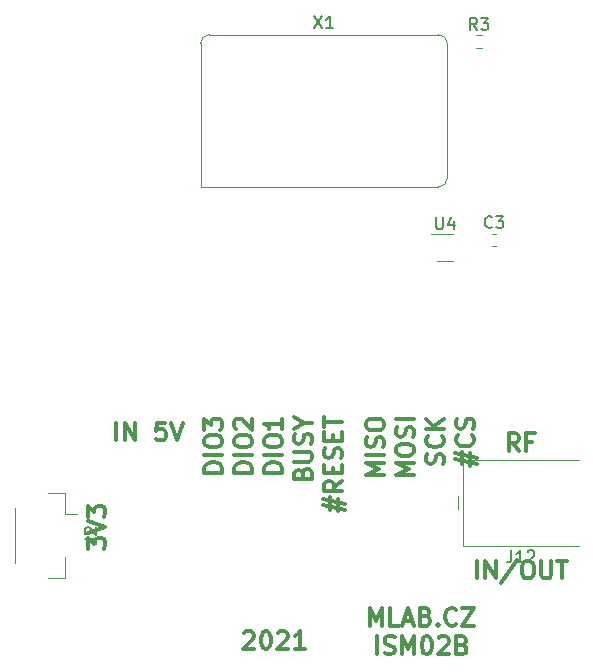
<source format=gbr>
%TF.GenerationSoftware,KiCad,Pcbnew,6.0.4-6f826c9f35~116~ubuntu20.04.1*%
%TF.CreationDate,2022-06-02T21:43:18+00:00*%
%TF.ProjectId,TFLORA01B,54464c4f-5241-4303-9142-2e6b69636164,rev?*%
%TF.SameCoordinates,Original*%
%TF.FileFunction,Legend,Top*%
%TF.FilePolarity,Positive*%
%FSLAX46Y46*%
G04 Gerber Fmt 4.6, Leading zero omitted, Abs format (unit mm)*
G04 Created by KiCad (PCBNEW 6.0.4-6f826c9f35~116~ubuntu20.04.1) date 2022-06-02 21:43:18*
%MOMM*%
%LPD*%
G01*
G04 APERTURE LIST*
%ADD10C,0.300000*%
%ADD11C,0.150000*%
%ADD12C,0.120000*%
G04 APERTURE END LIST*
D10*
X145113714Y-109009571D02*
X145113714Y-107509571D01*
X145828000Y-109009571D02*
X145828000Y-107509571D01*
X146685142Y-109009571D01*
X146685142Y-107509571D01*
X149256571Y-107509571D02*
X148542285Y-107509571D01*
X148470857Y-108223857D01*
X148542285Y-108152428D01*
X148685142Y-108081000D01*
X149042285Y-108081000D01*
X149185142Y-108152428D01*
X149256571Y-108223857D01*
X149328000Y-108366714D01*
X149328000Y-108723857D01*
X149256571Y-108866714D01*
X149185142Y-108938142D01*
X149042285Y-109009571D01*
X148685142Y-109009571D01*
X148542285Y-108938142D01*
X148470857Y-108866714D01*
X149756571Y-107509571D02*
X150256571Y-109009571D01*
X150756571Y-107509571D01*
X166620571Y-124693071D02*
X166620571Y-123193071D01*
X167120571Y-124264500D01*
X167620571Y-123193071D01*
X167620571Y-124693071D01*
X169049142Y-124693071D02*
X168334857Y-124693071D01*
X168334857Y-123193071D01*
X169477714Y-124264500D02*
X170192000Y-124264500D01*
X169334857Y-124693071D02*
X169834857Y-123193071D01*
X170334857Y-124693071D01*
X171334857Y-123907357D02*
X171549142Y-123978785D01*
X171620571Y-124050214D01*
X171692000Y-124193071D01*
X171692000Y-124407357D01*
X171620571Y-124550214D01*
X171549142Y-124621642D01*
X171406285Y-124693071D01*
X170834857Y-124693071D01*
X170834857Y-123193071D01*
X171334857Y-123193071D01*
X171477714Y-123264500D01*
X171549142Y-123335928D01*
X171620571Y-123478785D01*
X171620571Y-123621642D01*
X171549142Y-123764500D01*
X171477714Y-123835928D01*
X171334857Y-123907357D01*
X170834857Y-123907357D01*
X172334857Y-124550214D02*
X172406285Y-124621642D01*
X172334857Y-124693071D01*
X172263428Y-124621642D01*
X172334857Y-124550214D01*
X172334857Y-124693071D01*
X173906285Y-124550214D02*
X173834857Y-124621642D01*
X173620571Y-124693071D01*
X173477714Y-124693071D01*
X173263428Y-124621642D01*
X173120571Y-124478785D01*
X173049142Y-124335928D01*
X172977714Y-124050214D01*
X172977714Y-123835928D01*
X173049142Y-123550214D01*
X173120571Y-123407357D01*
X173263428Y-123264500D01*
X173477714Y-123193071D01*
X173620571Y-123193071D01*
X173834857Y-123264500D01*
X173906285Y-123335928D01*
X174406285Y-123193071D02*
X175406285Y-123193071D01*
X174406285Y-124693071D01*
X175406285Y-124693071D01*
X167192000Y-127108071D02*
X167192000Y-125608071D01*
X167834857Y-127036642D02*
X168049142Y-127108071D01*
X168406285Y-127108071D01*
X168549142Y-127036642D01*
X168620571Y-126965214D01*
X168692000Y-126822357D01*
X168692000Y-126679500D01*
X168620571Y-126536642D01*
X168549142Y-126465214D01*
X168406285Y-126393785D01*
X168120571Y-126322357D01*
X167977714Y-126250928D01*
X167906285Y-126179500D01*
X167834857Y-126036642D01*
X167834857Y-125893785D01*
X167906285Y-125750928D01*
X167977714Y-125679500D01*
X168120571Y-125608071D01*
X168477714Y-125608071D01*
X168692000Y-125679500D01*
X169334857Y-127108071D02*
X169334857Y-125608071D01*
X169834857Y-126679500D01*
X170334857Y-125608071D01*
X170334857Y-127108071D01*
X171334857Y-125608071D02*
X171477714Y-125608071D01*
X171620571Y-125679500D01*
X171692000Y-125750928D01*
X171763428Y-125893785D01*
X171834857Y-126179500D01*
X171834857Y-126536642D01*
X171763428Y-126822357D01*
X171692000Y-126965214D01*
X171620571Y-127036642D01*
X171477714Y-127108071D01*
X171334857Y-127108071D01*
X171192000Y-127036642D01*
X171120571Y-126965214D01*
X171049142Y-126822357D01*
X170977714Y-126536642D01*
X170977714Y-126179500D01*
X171049142Y-125893785D01*
X171120571Y-125750928D01*
X171192000Y-125679500D01*
X171334857Y-125608071D01*
X172406285Y-125750928D02*
X172477714Y-125679500D01*
X172620571Y-125608071D01*
X172977714Y-125608071D01*
X173120571Y-125679500D01*
X173192000Y-125750928D01*
X173263428Y-125893785D01*
X173263428Y-126036642D01*
X173192000Y-126250928D01*
X172334857Y-127108071D01*
X173263428Y-127108071D01*
X174406285Y-126322357D02*
X174620571Y-126393785D01*
X174692000Y-126465214D01*
X174763428Y-126608071D01*
X174763428Y-126822357D01*
X174692000Y-126965214D01*
X174620571Y-127036642D01*
X174477714Y-127108071D01*
X173906285Y-127108071D01*
X173906285Y-125608071D01*
X174406285Y-125608071D01*
X174549142Y-125679500D01*
X174620571Y-125750928D01*
X174692000Y-125893785D01*
X174692000Y-126036642D01*
X174620571Y-126179500D01*
X174549142Y-126250928D01*
X174406285Y-126322357D01*
X173906285Y-126322357D01*
X175660514Y-120693571D02*
X175660514Y-119193571D01*
X176374800Y-120693571D02*
X176374800Y-119193571D01*
X177231942Y-120693571D01*
X177231942Y-119193571D01*
X179017657Y-119122142D02*
X177731942Y-121050714D01*
X179803371Y-119193571D02*
X180089085Y-119193571D01*
X180231942Y-119265000D01*
X180374800Y-119407857D01*
X180446228Y-119693571D01*
X180446228Y-120193571D01*
X180374800Y-120479285D01*
X180231942Y-120622142D01*
X180089085Y-120693571D01*
X179803371Y-120693571D01*
X179660514Y-120622142D01*
X179517657Y-120479285D01*
X179446228Y-120193571D01*
X179446228Y-119693571D01*
X179517657Y-119407857D01*
X179660514Y-119265000D01*
X179803371Y-119193571D01*
X181089085Y-119193571D02*
X181089085Y-120407857D01*
X181160514Y-120550714D01*
X181231942Y-120622142D01*
X181374800Y-120693571D01*
X181660514Y-120693571D01*
X181803371Y-120622142D01*
X181874800Y-120550714D01*
X181946228Y-120407857D01*
X181946228Y-119193571D01*
X182446228Y-119193571D02*
X183303371Y-119193571D01*
X182874800Y-120693571D02*
X182874800Y-119193571D01*
X155928714Y-125305428D02*
X156000142Y-125234000D01*
X156143000Y-125162571D01*
X156500142Y-125162571D01*
X156643000Y-125234000D01*
X156714428Y-125305428D01*
X156785857Y-125448285D01*
X156785857Y-125591142D01*
X156714428Y-125805428D01*
X155857285Y-126662571D01*
X156785857Y-126662571D01*
X157714428Y-125162571D02*
X157857285Y-125162571D01*
X158000142Y-125234000D01*
X158071571Y-125305428D01*
X158143000Y-125448285D01*
X158214428Y-125734000D01*
X158214428Y-126091142D01*
X158143000Y-126376857D01*
X158071571Y-126519714D01*
X158000142Y-126591142D01*
X157857285Y-126662571D01*
X157714428Y-126662571D01*
X157571571Y-126591142D01*
X157500142Y-126519714D01*
X157428714Y-126376857D01*
X157357285Y-126091142D01*
X157357285Y-125734000D01*
X157428714Y-125448285D01*
X157500142Y-125305428D01*
X157571571Y-125234000D01*
X157714428Y-125162571D01*
X158785857Y-125305428D02*
X158857285Y-125234000D01*
X159000142Y-125162571D01*
X159357285Y-125162571D01*
X159500142Y-125234000D01*
X159571571Y-125305428D01*
X159643000Y-125448285D01*
X159643000Y-125591142D01*
X159571571Y-125805428D01*
X158714428Y-126662571D01*
X159643000Y-126662571D01*
X161071571Y-126662571D02*
X160214428Y-126662571D01*
X160643000Y-126662571D02*
X160643000Y-125162571D01*
X160500142Y-125376857D01*
X160357285Y-125519714D01*
X160214428Y-125591142D01*
X156614571Y-111732142D02*
X155114571Y-111732142D01*
X155114571Y-111375000D01*
X155186000Y-111160714D01*
X155328857Y-111017857D01*
X155471714Y-110946428D01*
X155757428Y-110875000D01*
X155971714Y-110875000D01*
X156257428Y-110946428D01*
X156400285Y-111017857D01*
X156543142Y-111160714D01*
X156614571Y-111375000D01*
X156614571Y-111732142D01*
X156614571Y-110232142D02*
X155114571Y-110232142D01*
X155114571Y-109232142D02*
X155114571Y-108946428D01*
X155186000Y-108803571D01*
X155328857Y-108660714D01*
X155614571Y-108589285D01*
X156114571Y-108589285D01*
X156400285Y-108660714D01*
X156543142Y-108803571D01*
X156614571Y-108946428D01*
X156614571Y-109232142D01*
X156543142Y-109375000D01*
X156400285Y-109517857D01*
X156114571Y-109589285D01*
X155614571Y-109589285D01*
X155328857Y-109517857D01*
X155186000Y-109375000D01*
X155114571Y-109232142D01*
X155257428Y-108017857D02*
X155186000Y-107946428D01*
X155114571Y-107803571D01*
X155114571Y-107446428D01*
X155186000Y-107303571D01*
X155257428Y-107232142D01*
X155400285Y-107160714D01*
X155543142Y-107160714D01*
X155757428Y-107232142D01*
X156614571Y-108089285D01*
X156614571Y-107160714D01*
X160908857Y-111803571D02*
X160980285Y-111589285D01*
X161051714Y-111517857D01*
X161194571Y-111446428D01*
X161408857Y-111446428D01*
X161551714Y-111517857D01*
X161623142Y-111589285D01*
X161694571Y-111732142D01*
X161694571Y-112303571D01*
X160194571Y-112303571D01*
X160194571Y-111803571D01*
X160266000Y-111660714D01*
X160337428Y-111589285D01*
X160480285Y-111517857D01*
X160623142Y-111517857D01*
X160766000Y-111589285D01*
X160837428Y-111660714D01*
X160908857Y-111803571D01*
X160908857Y-112303571D01*
X160194571Y-110803571D02*
X161408857Y-110803571D01*
X161551714Y-110732142D01*
X161623142Y-110660714D01*
X161694571Y-110517857D01*
X161694571Y-110232142D01*
X161623142Y-110089285D01*
X161551714Y-110017857D01*
X161408857Y-109946428D01*
X160194571Y-109946428D01*
X161623142Y-109303571D02*
X161694571Y-109089285D01*
X161694571Y-108732142D01*
X161623142Y-108589285D01*
X161551714Y-108517857D01*
X161408857Y-108446428D01*
X161266000Y-108446428D01*
X161123142Y-108517857D01*
X161051714Y-108589285D01*
X160980285Y-108732142D01*
X160908857Y-109017857D01*
X160837428Y-109160714D01*
X160766000Y-109232142D01*
X160623142Y-109303571D01*
X160480285Y-109303571D01*
X160337428Y-109232142D01*
X160266000Y-109160714D01*
X160194571Y-109017857D01*
X160194571Y-108660714D01*
X160266000Y-108446428D01*
X160980285Y-107517857D02*
X161694571Y-107517857D01*
X160194571Y-108017857D02*
X160980285Y-107517857D01*
X160194571Y-107017857D01*
X167780571Y-111946428D02*
X166280571Y-111946428D01*
X167352000Y-111446428D01*
X166280571Y-110946428D01*
X167780571Y-110946428D01*
X167780571Y-110232142D02*
X166280571Y-110232142D01*
X167709142Y-109589285D02*
X167780571Y-109375000D01*
X167780571Y-109017857D01*
X167709142Y-108875000D01*
X167637714Y-108803571D01*
X167494857Y-108732142D01*
X167352000Y-108732142D01*
X167209142Y-108803571D01*
X167137714Y-108875000D01*
X167066285Y-109017857D01*
X166994857Y-109303571D01*
X166923428Y-109446428D01*
X166852000Y-109517857D01*
X166709142Y-109589285D01*
X166566285Y-109589285D01*
X166423428Y-109517857D01*
X166352000Y-109446428D01*
X166280571Y-109303571D01*
X166280571Y-108946428D01*
X166352000Y-108732142D01*
X166280571Y-107803571D02*
X166280571Y-107517857D01*
X166352000Y-107375000D01*
X166494857Y-107232142D01*
X166780571Y-107160714D01*
X167280571Y-107160714D01*
X167566285Y-107232142D01*
X167709142Y-107375000D01*
X167780571Y-107517857D01*
X167780571Y-107803571D01*
X167709142Y-107946428D01*
X167566285Y-108089285D01*
X167280571Y-108160714D01*
X166780571Y-108160714D01*
X166494857Y-108089285D01*
X166352000Y-107946428D01*
X166280571Y-107803571D01*
X154074571Y-111732142D02*
X152574571Y-111732142D01*
X152574571Y-111375000D01*
X152646000Y-111160714D01*
X152788857Y-111017857D01*
X152931714Y-110946428D01*
X153217428Y-110875000D01*
X153431714Y-110875000D01*
X153717428Y-110946428D01*
X153860285Y-111017857D01*
X154003142Y-111160714D01*
X154074571Y-111375000D01*
X154074571Y-111732142D01*
X154074571Y-110232142D02*
X152574571Y-110232142D01*
X152574571Y-109232142D02*
X152574571Y-108946428D01*
X152646000Y-108803571D01*
X152788857Y-108660714D01*
X153074571Y-108589285D01*
X153574571Y-108589285D01*
X153860285Y-108660714D01*
X154003142Y-108803571D01*
X154074571Y-108946428D01*
X154074571Y-109232142D01*
X154003142Y-109375000D01*
X153860285Y-109517857D01*
X153574571Y-109589285D01*
X153074571Y-109589285D01*
X152788857Y-109517857D01*
X152646000Y-109375000D01*
X152574571Y-109232142D01*
X152574571Y-108089285D02*
X152574571Y-107160714D01*
X153146000Y-107660714D01*
X153146000Y-107446428D01*
X153217428Y-107303571D01*
X153288857Y-107232142D01*
X153431714Y-107160714D01*
X153788857Y-107160714D01*
X153931714Y-107232142D01*
X154003142Y-107303571D01*
X154074571Y-107446428D01*
X154074571Y-107875000D01*
X154003142Y-108017857D01*
X153931714Y-108089285D01*
X142688571Y-118189142D02*
X142688571Y-117260571D01*
X143260000Y-117760571D01*
X143260000Y-117546285D01*
X143331428Y-117403428D01*
X143402857Y-117332000D01*
X143545714Y-117260571D01*
X143902857Y-117260571D01*
X144045714Y-117332000D01*
X144117142Y-117403428D01*
X144188571Y-117546285D01*
X144188571Y-117974857D01*
X144117142Y-118117714D01*
X144045714Y-118189142D01*
X142688571Y-116832000D02*
X144188571Y-116332000D01*
X142688571Y-115832000D01*
X142688571Y-115474857D02*
X142688571Y-114546285D01*
X143260000Y-115046285D01*
X143260000Y-114832000D01*
X143331428Y-114689142D01*
X143402857Y-114617714D01*
X143545714Y-114546285D01*
X143902857Y-114546285D01*
X144045714Y-114617714D01*
X144117142Y-114689142D01*
X144188571Y-114832000D01*
X144188571Y-115260571D01*
X144117142Y-115403428D01*
X144045714Y-115474857D01*
X159154571Y-111732142D02*
X157654571Y-111732142D01*
X157654571Y-111375000D01*
X157726000Y-111160714D01*
X157868857Y-111017857D01*
X158011714Y-110946428D01*
X158297428Y-110875000D01*
X158511714Y-110875000D01*
X158797428Y-110946428D01*
X158940285Y-111017857D01*
X159083142Y-111160714D01*
X159154571Y-111375000D01*
X159154571Y-111732142D01*
X159154571Y-110232142D02*
X157654571Y-110232142D01*
X157654571Y-109232142D02*
X157654571Y-108946428D01*
X157726000Y-108803571D01*
X157868857Y-108660714D01*
X158154571Y-108589285D01*
X158654571Y-108589285D01*
X158940285Y-108660714D01*
X159083142Y-108803571D01*
X159154571Y-108946428D01*
X159154571Y-109232142D01*
X159083142Y-109375000D01*
X158940285Y-109517857D01*
X158654571Y-109589285D01*
X158154571Y-109589285D01*
X157868857Y-109517857D01*
X157726000Y-109375000D01*
X157654571Y-109232142D01*
X159154571Y-107160714D02*
X159154571Y-108017857D01*
X159154571Y-107589285D02*
X157654571Y-107589285D01*
X157868857Y-107732142D01*
X158011714Y-107875000D01*
X158083142Y-108017857D01*
X163234571Y-114874999D02*
X163234571Y-113803571D01*
X162591714Y-114446428D02*
X164520285Y-114874999D01*
X163877428Y-113946428D02*
X163877428Y-115017857D01*
X164520285Y-114374999D02*
X162591714Y-113946428D01*
X164234571Y-112446428D02*
X163520285Y-112946428D01*
X164234571Y-113303571D02*
X162734571Y-113303571D01*
X162734571Y-112732142D01*
X162806000Y-112589285D01*
X162877428Y-112517857D01*
X163020285Y-112446428D01*
X163234571Y-112446428D01*
X163377428Y-112517857D01*
X163448857Y-112589285D01*
X163520285Y-112732142D01*
X163520285Y-113303571D01*
X163448857Y-111803571D02*
X163448857Y-111303571D01*
X164234571Y-111089285D02*
X164234571Y-111803571D01*
X162734571Y-111803571D01*
X162734571Y-111089285D01*
X164163142Y-110517857D02*
X164234571Y-110303571D01*
X164234571Y-109946428D01*
X164163142Y-109803571D01*
X164091714Y-109732142D01*
X163948857Y-109660714D01*
X163806000Y-109660714D01*
X163663142Y-109732142D01*
X163591714Y-109803571D01*
X163520285Y-109946428D01*
X163448857Y-110232142D01*
X163377428Y-110374999D01*
X163306000Y-110446428D01*
X163163142Y-110517857D01*
X163020285Y-110517857D01*
X162877428Y-110446428D01*
X162806000Y-110374999D01*
X162734571Y-110232142D01*
X162734571Y-109874999D01*
X162806000Y-109660714D01*
X163448857Y-109017857D02*
X163448857Y-108517857D01*
X164234571Y-108303571D02*
X164234571Y-109017857D01*
X162734571Y-109017857D01*
X162734571Y-108303571D01*
X162734571Y-107874999D02*
X162734571Y-107017857D01*
X164234571Y-107446428D02*
X162734571Y-107446428D01*
X179196228Y-109898571D02*
X178696228Y-109184285D01*
X178339085Y-109898571D02*
X178339085Y-108398571D01*
X178910514Y-108398571D01*
X179053371Y-108470000D01*
X179124800Y-108541428D01*
X179196228Y-108684285D01*
X179196228Y-108898571D01*
X179124800Y-109041428D01*
X179053371Y-109112857D01*
X178910514Y-109184285D01*
X178339085Y-109184285D01*
X180339085Y-109112857D02*
X179839085Y-109112857D01*
X179839085Y-109898571D02*
X179839085Y-108398571D01*
X180553371Y-108398571D01*
X170320571Y-111946428D02*
X168820571Y-111946428D01*
X169892000Y-111446428D01*
X168820571Y-110946428D01*
X170320571Y-110946428D01*
X168820571Y-109946428D02*
X168820571Y-109660714D01*
X168892000Y-109517857D01*
X169034857Y-109375000D01*
X169320571Y-109303571D01*
X169820571Y-109303571D01*
X170106285Y-109375000D01*
X170249142Y-109517857D01*
X170320571Y-109660714D01*
X170320571Y-109946428D01*
X170249142Y-110089285D01*
X170106285Y-110232142D01*
X169820571Y-110303571D01*
X169320571Y-110303571D01*
X169034857Y-110232142D01*
X168892000Y-110089285D01*
X168820571Y-109946428D01*
X170249142Y-108732142D02*
X170320571Y-108517857D01*
X170320571Y-108160714D01*
X170249142Y-108017857D01*
X170177714Y-107946428D01*
X170034857Y-107875000D01*
X169892000Y-107875000D01*
X169749142Y-107946428D01*
X169677714Y-108017857D01*
X169606285Y-108160714D01*
X169534857Y-108446428D01*
X169463428Y-108589285D01*
X169392000Y-108660714D01*
X169249142Y-108732142D01*
X169106285Y-108732142D01*
X168963428Y-108660714D01*
X168892000Y-108589285D01*
X168820571Y-108446428D01*
X168820571Y-108089285D01*
X168892000Y-107875000D01*
X170320571Y-107232142D02*
X168820571Y-107232142D01*
X174400571Y-111017857D02*
X174400571Y-109946428D01*
X173757714Y-110589285D02*
X175686285Y-111017857D01*
X175043428Y-110089285D02*
X175043428Y-111160714D01*
X175686285Y-110517857D02*
X173757714Y-110089285D01*
X175257714Y-108589285D02*
X175329142Y-108660714D01*
X175400571Y-108875000D01*
X175400571Y-109017857D01*
X175329142Y-109232142D01*
X175186285Y-109375000D01*
X175043428Y-109446428D01*
X174757714Y-109517857D01*
X174543428Y-109517857D01*
X174257714Y-109446428D01*
X174114857Y-109375000D01*
X173972000Y-109232142D01*
X173900571Y-109017857D01*
X173900571Y-108875000D01*
X173972000Y-108660714D01*
X174043428Y-108589285D01*
X175329142Y-108017857D02*
X175400571Y-107803571D01*
X175400571Y-107446428D01*
X175329142Y-107303571D01*
X175257714Y-107232142D01*
X175114857Y-107160714D01*
X174972000Y-107160714D01*
X174829142Y-107232142D01*
X174757714Y-107303571D01*
X174686285Y-107446428D01*
X174614857Y-107732142D01*
X174543428Y-107875000D01*
X174472000Y-107946428D01*
X174329142Y-108017857D01*
X174186285Y-108017857D01*
X174043428Y-107946428D01*
X173972000Y-107875000D01*
X173900571Y-107732142D01*
X173900571Y-107375000D01*
X173972000Y-107160714D01*
X172789142Y-111017857D02*
X172860571Y-110803571D01*
X172860571Y-110446428D01*
X172789142Y-110303571D01*
X172717714Y-110232142D01*
X172574857Y-110160714D01*
X172432000Y-110160714D01*
X172289142Y-110232142D01*
X172217714Y-110303571D01*
X172146285Y-110446428D01*
X172074857Y-110732142D01*
X172003428Y-110875000D01*
X171932000Y-110946428D01*
X171789142Y-111017857D01*
X171646285Y-111017857D01*
X171503428Y-110946428D01*
X171432000Y-110875000D01*
X171360571Y-110732142D01*
X171360571Y-110375000D01*
X171432000Y-110160714D01*
X172717714Y-108660714D02*
X172789142Y-108732142D01*
X172860571Y-108946428D01*
X172860571Y-109089285D01*
X172789142Y-109303571D01*
X172646285Y-109446428D01*
X172503428Y-109517857D01*
X172217714Y-109589285D01*
X172003428Y-109589285D01*
X171717714Y-109517857D01*
X171574857Y-109446428D01*
X171432000Y-109303571D01*
X171360571Y-109089285D01*
X171360571Y-108946428D01*
X171432000Y-108732142D01*
X171503428Y-108660714D01*
X172860571Y-108017857D02*
X171360571Y-108017857D01*
X172860571Y-107160714D02*
X172003428Y-107803571D01*
X171360571Y-107160714D02*
X172217714Y-108017857D01*
D11*
%TO.C,J12*%
X178565276Y-118324380D02*
X178565276Y-119038666D01*
X178517657Y-119181523D01*
X178422419Y-119276761D01*
X178279561Y-119324380D01*
X178184323Y-119324380D01*
X179565276Y-119324380D02*
X178993847Y-119324380D01*
X179279561Y-119324380D02*
X179279561Y-118324380D01*
X179184323Y-118467238D01*
X179089085Y-118562476D01*
X178993847Y-118610095D01*
X179946228Y-118419619D02*
X179993847Y-118372000D01*
X180089085Y-118324380D01*
X180327180Y-118324380D01*
X180422419Y-118372000D01*
X180470038Y-118419619D01*
X180517657Y-118514857D01*
X180517657Y-118610095D01*
X180470038Y-118752952D01*
X179898609Y-119324380D01*
X180517657Y-119324380D01*
%TO.C,X1*%
X161889676Y-73100380D02*
X162556342Y-74100380D01*
X162556342Y-73100380D02*
X161889676Y-74100380D01*
X163461104Y-74100380D02*
X162889676Y-74100380D01*
X163175390Y-74100380D02*
X163175390Y-73100380D01*
X163080152Y-73243238D01*
X162984914Y-73338476D01*
X162889676Y-73386095D01*
%TO.C,R3*%
X175662533Y-74250380D02*
X175329200Y-73774190D01*
X175091104Y-74250380D02*
X175091104Y-73250380D01*
X175472057Y-73250380D01*
X175567295Y-73298000D01*
X175614914Y-73345619D01*
X175662533Y-73440857D01*
X175662533Y-73583714D01*
X175614914Y-73678952D01*
X175567295Y-73726571D01*
X175472057Y-73774190D01*
X175091104Y-73774190D01*
X175995866Y-73250380D02*
X176614914Y-73250380D01*
X176281580Y-73631333D01*
X176424438Y-73631333D01*
X176519676Y-73678952D01*
X176567295Y-73726571D01*
X176614914Y-73821809D01*
X176614914Y-74059904D01*
X176567295Y-74155142D01*
X176519676Y-74202761D01*
X176424438Y-74250380D01*
X176138723Y-74250380D01*
X176043485Y-74202761D01*
X175995866Y-74155142D01*
%TO.C,U4*%
X172196895Y-90121180D02*
X172196895Y-90930704D01*
X172244514Y-91025942D01*
X172292133Y-91073561D01*
X172387371Y-91121180D01*
X172577847Y-91121180D01*
X172673085Y-91073561D01*
X172720704Y-91025942D01*
X172768323Y-90930704D01*
X172768323Y-90121180D01*
X173673085Y-90454514D02*
X173673085Y-91121180D01*
X173434990Y-90073561D02*
X173196895Y-90787847D01*
X173815942Y-90787847D01*
%TO.C,J2*%
X142442780Y-117376533D02*
X143157066Y-117376533D01*
X143299923Y-117424152D01*
X143395161Y-117519390D01*
X143442780Y-117662247D01*
X143442780Y-117757485D01*
X142538019Y-116947961D02*
X142490400Y-116900342D01*
X142442780Y-116805104D01*
X142442780Y-116567009D01*
X142490400Y-116471771D01*
X142538019Y-116424152D01*
X142633257Y-116376533D01*
X142728495Y-116376533D01*
X142871352Y-116424152D01*
X143442780Y-116995580D01*
X143442780Y-116376533D01*
%TO.C,C3*%
X176922133Y-90925942D02*
X176874514Y-90973561D01*
X176731657Y-91021180D01*
X176636419Y-91021180D01*
X176493561Y-90973561D01*
X176398323Y-90878323D01*
X176350704Y-90783085D01*
X176303085Y-90592609D01*
X176303085Y-90449752D01*
X176350704Y-90259276D01*
X176398323Y-90164038D01*
X176493561Y-90068800D01*
X176636419Y-90021180D01*
X176731657Y-90021180D01*
X176874514Y-90068800D01*
X176922133Y-90116419D01*
X177255466Y-90021180D02*
X177874514Y-90021180D01*
X177541180Y-90402133D01*
X177684038Y-90402133D01*
X177779276Y-90449752D01*
X177826895Y-90497371D01*
X177874514Y-90592609D01*
X177874514Y-90830704D01*
X177826895Y-90925942D01*
X177779276Y-90973561D01*
X177684038Y-91021180D01*
X177398323Y-91021180D01*
X177303085Y-90973561D01*
X177255466Y-90925942D01*
D12*
%TO.C,J12*%
X184274800Y-117925000D02*
X174474800Y-117925000D01*
X174074800Y-114850000D02*
X174074800Y-113750000D01*
X174474800Y-110675000D02*
X174474800Y-117925000D01*
X184274800Y-110675000D02*
X174474800Y-110675000D01*
%TO.C,X1*%
X152249200Y-87548000D02*
X172399200Y-87548000D01*
X173149200Y-86798000D02*
X173149200Y-75398000D01*
X152249200Y-75398000D02*
X152249200Y-87548000D01*
X172399200Y-74648000D02*
X152999200Y-74648000D01*
X152999200Y-74648000D02*
G75*
G03*
X152249200Y-75398000I0J-750000D01*
G01*
X173149200Y-75398000D02*
G75*
G03*
X172399200Y-74648000I-750000J0D01*
G01*
X172399200Y-87548000D02*
G75*
G03*
X173149200Y-86798000I0J750000D01*
G01*
%TO.C,R3*%
X175591942Y-74705500D02*
X176066458Y-74705500D01*
X175591942Y-75750500D02*
X176066458Y-75750500D01*
%TO.C,U4*%
X172258800Y-93828800D02*
X173658800Y-93828800D01*
X173658800Y-91508800D02*
X171758800Y-91508800D01*
%TO.C,J2*%
X140800400Y-115233200D02*
X141790400Y-115233200D01*
X136530400Y-114703200D02*
X136530400Y-119383200D01*
X139350400Y-120653200D02*
X140800400Y-120653200D01*
X140800400Y-120653200D02*
X140800400Y-118853200D01*
X140800400Y-113433200D02*
X140800400Y-115233200D01*
X139350400Y-113433200D02*
X140800400Y-113433200D01*
%TO.C,C3*%
X176948220Y-92508800D02*
X177229380Y-92508800D01*
X176948220Y-91488800D02*
X177229380Y-91488800D01*
%TD*%
M02*

</source>
